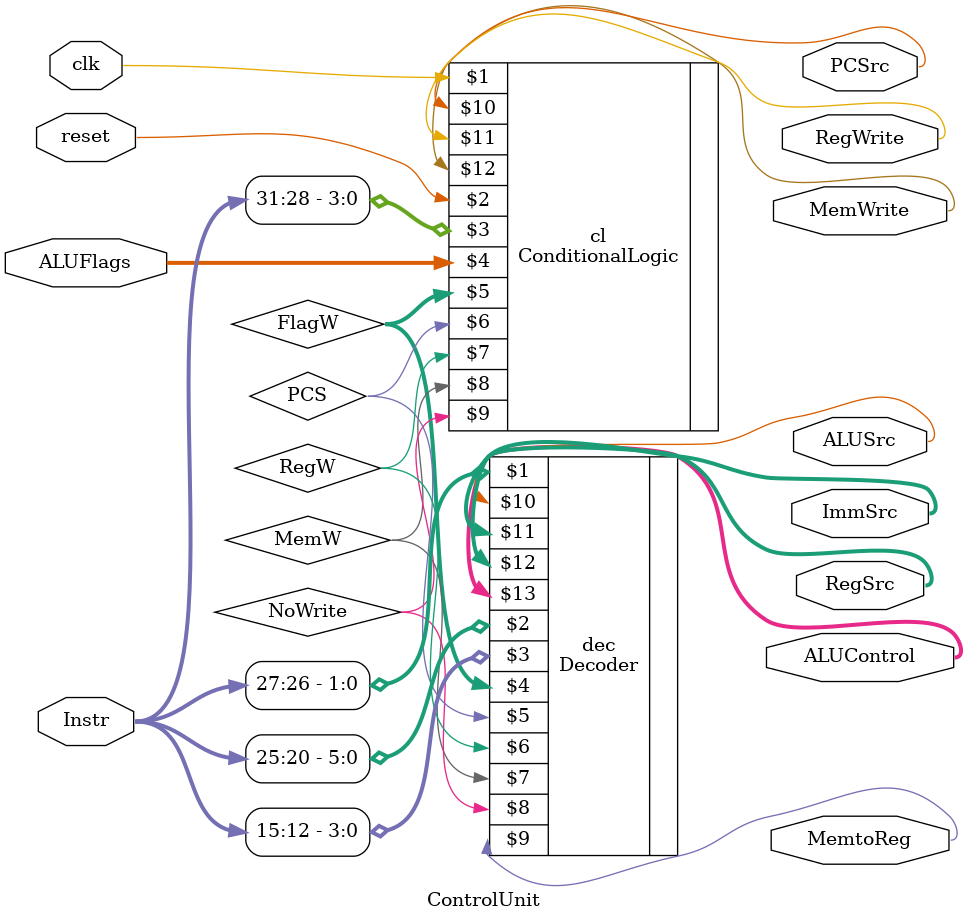
<source format=sv>
module ControlUnit(input logic clk, reset,
						 input logic [31:12] Instr,
						 input logic [3:0] ALUFlags,
						 output logic [1:0] RegSrc,
						 output logic RegWrite,
						 output logic [1:0] ImmSrc,
						 output logic ALUSrc,
						 output logic [3:0] ALUControl,
						 output logic MemWrite, MemtoReg,
						 output logic PCSrc);
	logic [1:0] FlagW;
	logic PCS, RegW, MemW, NoWrite;
	
	Decoder dec(Instr[27:26], Instr[25:20], Instr[15:12],
					FlagW, PCS, RegW, MemW, NoWrite,
					MemtoReg, ALUSrc, ImmSrc,
					RegSrc, ALUControl);
					
	ConditionalLogic cl(clk, reset, Instr[31:28], ALUFlags,
								FlagW, PCS, RegW, MemW, NoWrite,
								PCSrc, RegWrite, MemWrite);
endmodule

</source>
